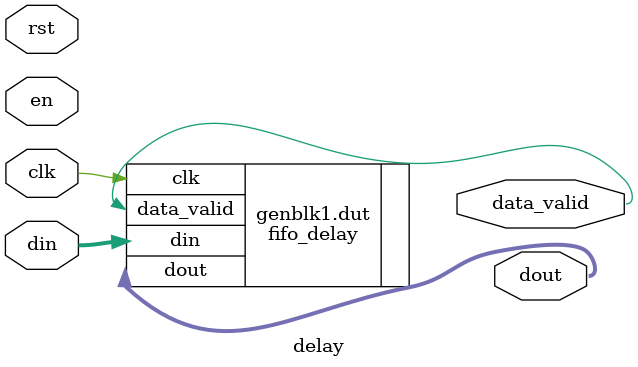
<source format=v>

module delay #(
      //=============
      // parameters
      //=============
      parameter DELAY_TYPE   = "FIFO",       // SYNC (COUNTER), REGISTERS (FIFO)
      parameter DATA_WIDTH   = 32,           // width of the data to delay 
      parameter DELAY_CYCLES = 1             // delay in number of clock cycles
   ) (
      //=====================
      // input/output ports
      //=====================
      input                   clk,
      input                   en,
      input                   rst,
      input  [DATA_WIDTH-1:0] din,
      output [DATA_WIDTH-1:0] dout,
      output                  data_valid
   );

   // Generate according to implementation
   generate
      // Generate counter type
      case (DELAY_TYPE)
         //============================
         // Sync delay implementation
         //============================
         "SYNC" : begin  // outputs the input data after the desired amount of clock cycles have passed
            sync_delay #(
               .DATA_WIDTH   (DATA_WIDTH),
               .DELAY_CYCLES (DELAY_CYCLES)
            ) dut (
               .clk        (clk),
               .din        (din),
               .dout       (dout),
               .data_valid (data_valid)
            );
         end
	 //============================
         // FIFO delay implementation
         //============================
         "FIFO" : begin // shifts the input data through a FIFO
            fifo_delay #(
               .DATA_WIDTH   (DATA_WIDTH),
               .DELAY_CYCLES (DELAY_CYCLES)
            ) dut (
               .clk        (clk),
               .din        (din),
               .dout       (dout),
               .data_valid (data_valid)
            );
         end
      endcase
   endgenerate
endmodule


</source>
